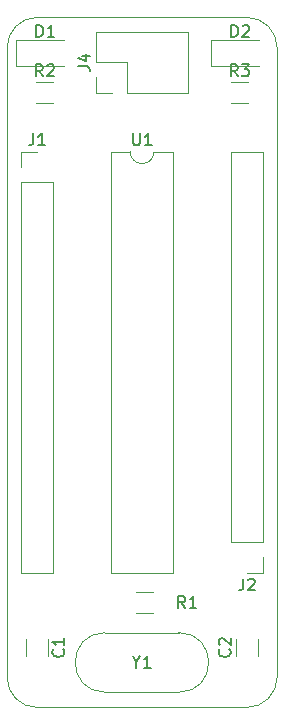
<source format=gbr>
%TF.GenerationSoftware,KiCad,Pcbnew,8.0.2*%
%TF.CreationDate,2024-05-09T17:00:38-05:00*%
%TF.ProjectId,atmega328-proto,61746d65-6761-4333-9238-2d70726f746f,A*%
%TF.SameCoordinates,Original*%
%TF.FileFunction,Legend,Top*%
%TF.FilePolarity,Positive*%
%FSLAX46Y46*%
G04 Gerber Fmt 4.6, Leading zero omitted, Abs format (unit mm)*
G04 Created by KiCad (PCBNEW 8.0.2) date 2024-05-09 17:00:38*
%MOMM*%
%LPD*%
G01*
G04 APERTURE LIST*
%ADD10C,0.150000*%
%ADD11C,0.120000*%
%TA.AperFunction,Profile*%
%ADD12C,0.050000*%
%TD*%
G04 APERTURE END LIST*
D10*
X115511905Y-52444819D02*
X115511905Y-51444819D01*
X115511905Y-51444819D02*
X115750000Y-51444819D01*
X115750000Y-51444819D02*
X115892857Y-51492438D01*
X115892857Y-51492438D02*
X115988095Y-51587676D01*
X115988095Y-51587676D02*
X116035714Y-51682914D01*
X116035714Y-51682914D02*
X116083333Y-51873390D01*
X116083333Y-51873390D02*
X116083333Y-52016247D01*
X116083333Y-52016247D02*
X116035714Y-52206723D01*
X116035714Y-52206723D02*
X115988095Y-52301961D01*
X115988095Y-52301961D02*
X115892857Y-52397200D01*
X115892857Y-52397200D02*
X115750000Y-52444819D01*
X115750000Y-52444819D02*
X115511905Y-52444819D01*
X116464286Y-51540057D02*
X116511905Y-51492438D01*
X116511905Y-51492438D02*
X116607143Y-51444819D01*
X116607143Y-51444819D02*
X116845238Y-51444819D01*
X116845238Y-51444819D02*
X116940476Y-51492438D01*
X116940476Y-51492438D02*
X116988095Y-51540057D01*
X116988095Y-51540057D02*
X117035714Y-51635295D01*
X117035714Y-51635295D02*
X117035714Y-51730533D01*
X117035714Y-51730533D02*
X116988095Y-51873390D01*
X116988095Y-51873390D02*
X116416667Y-52444819D01*
X116416667Y-52444819D02*
X117035714Y-52444819D01*
X107188095Y-60624819D02*
X107188095Y-61434342D01*
X107188095Y-61434342D02*
X107235714Y-61529580D01*
X107235714Y-61529580D02*
X107283333Y-61577200D01*
X107283333Y-61577200D02*
X107378571Y-61624819D01*
X107378571Y-61624819D02*
X107569047Y-61624819D01*
X107569047Y-61624819D02*
X107664285Y-61577200D01*
X107664285Y-61577200D02*
X107711904Y-61529580D01*
X107711904Y-61529580D02*
X107759523Y-61434342D01*
X107759523Y-61434342D02*
X107759523Y-60624819D01*
X108759523Y-61624819D02*
X108188095Y-61624819D01*
X108473809Y-61624819D02*
X108473809Y-60624819D01*
X108473809Y-60624819D02*
X108378571Y-60767676D01*
X108378571Y-60767676D02*
X108283333Y-60862914D01*
X108283333Y-60862914D02*
X108188095Y-60910533D01*
X111593333Y-100784819D02*
X111260000Y-100308628D01*
X111021905Y-100784819D02*
X111021905Y-99784819D01*
X111021905Y-99784819D02*
X111402857Y-99784819D01*
X111402857Y-99784819D02*
X111498095Y-99832438D01*
X111498095Y-99832438D02*
X111545714Y-99880057D01*
X111545714Y-99880057D02*
X111593333Y-99975295D01*
X111593333Y-99975295D02*
X111593333Y-100118152D01*
X111593333Y-100118152D02*
X111545714Y-100213390D01*
X111545714Y-100213390D02*
X111498095Y-100261009D01*
X111498095Y-100261009D02*
X111402857Y-100308628D01*
X111402857Y-100308628D02*
X111021905Y-100308628D01*
X112545714Y-100784819D02*
X111974286Y-100784819D01*
X112260000Y-100784819D02*
X112260000Y-99784819D01*
X112260000Y-99784819D02*
X112164762Y-99927676D01*
X112164762Y-99927676D02*
X112069524Y-100022914D01*
X112069524Y-100022914D02*
X111974286Y-100070533D01*
X101269580Y-104306666D02*
X101317200Y-104354285D01*
X101317200Y-104354285D02*
X101364819Y-104497142D01*
X101364819Y-104497142D02*
X101364819Y-104592380D01*
X101364819Y-104592380D02*
X101317200Y-104735237D01*
X101317200Y-104735237D02*
X101221961Y-104830475D01*
X101221961Y-104830475D02*
X101126723Y-104878094D01*
X101126723Y-104878094D02*
X100936247Y-104925713D01*
X100936247Y-104925713D02*
X100793390Y-104925713D01*
X100793390Y-104925713D02*
X100602914Y-104878094D01*
X100602914Y-104878094D02*
X100507676Y-104830475D01*
X100507676Y-104830475D02*
X100412438Y-104735237D01*
X100412438Y-104735237D02*
X100364819Y-104592380D01*
X100364819Y-104592380D02*
X100364819Y-104497142D01*
X100364819Y-104497142D02*
X100412438Y-104354285D01*
X100412438Y-104354285D02*
X100460057Y-104306666D01*
X101364819Y-103354285D02*
X101364819Y-103925713D01*
X101364819Y-103639999D02*
X100364819Y-103639999D01*
X100364819Y-103639999D02*
X100507676Y-103735237D01*
X100507676Y-103735237D02*
X100602914Y-103830475D01*
X100602914Y-103830475D02*
X100650533Y-103925713D01*
X115349580Y-104306666D02*
X115397200Y-104354285D01*
X115397200Y-104354285D02*
X115444819Y-104497142D01*
X115444819Y-104497142D02*
X115444819Y-104592380D01*
X115444819Y-104592380D02*
X115397200Y-104735237D01*
X115397200Y-104735237D02*
X115301961Y-104830475D01*
X115301961Y-104830475D02*
X115206723Y-104878094D01*
X115206723Y-104878094D02*
X115016247Y-104925713D01*
X115016247Y-104925713D02*
X114873390Y-104925713D01*
X114873390Y-104925713D02*
X114682914Y-104878094D01*
X114682914Y-104878094D02*
X114587676Y-104830475D01*
X114587676Y-104830475D02*
X114492438Y-104735237D01*
X114492438Y-104735237D02*
X114444819Y-104592380D01*
X114444819Y-104592380D02*
X114444819Y-104497142D01*
X114444819Y-104497142D02*
X114492438Y-104354285D01*
X114492438Y-104354285D02*
X114540057Y-104306666D01*
X114540057Y-103925713D02*
X114492438Y-103878094D01*
X114492438Y-103878094D02*
X114444819Y-103782856D01*
X114444819Y-103782856D02*
X114444819Y-103544761D01*
X114444819Y-103544761D02*
X114492438Y-103449523D01*
X114492438Y-103449523D02*
X114540057Y-103401904D01*
X114540057Y-103401904D02*
X114635295Y-103354285D01*
X114635295Y-103354285D02*
X114730533Y-103354285D01*
X114730533Y-103354285D02*
X114873390Y-103401904D01*
X114873390Y-103401904D02*
X115444819Y-103973332D01*
X115444819Y-103973332D02*
X115444819Y-103354285D01*
X99001905Y-52444819D02*
X99001905Y-51444819D01*
X99001905Y-51444819D02*
X99240000Y-51444819D01*
X99240000Y-51444819D02*
X99382857Y-51492438D01*
X99382857Y-51492438D02*
X99478095Y-51587676D01*
X99478095Y-51587676D02*
X99525714Y-51682914D01*
X99525714Y-51682914D02*
X99573333Y-51873390D01*
X99573333Y-51873390D02*
X99573333Y-52016247D01*
X99573333Y-52016247D02*
X99525714Y-52206723D01*
X99525714Y-52206723D02*
X99478095Y-52301961D01*
X99478095Y-52301961D02*
X99382857Y-52397200D01*
X99382857Y-52397200D02*
X99240000Y-52444819D01*
X99240000Y-52444819D02*
X99001905Y-52444819D01*
X100525714Y-52444819D02*
X99954286Y-52444819D01*
X100240000Y-52444819D02*
X100240000Y-51444819D01*
X100240000Y-51444819D02*
X100144762Y-51587676D01*
X100144762Y-51587676D02*
X100049524Y-51682914D01*
X100049524Y-51682914D02*
X99954286Y-51730533D01*
X98726666Y-60624819D02*
X98726666Y-61339104D01*
X98726666Y-61339104D02*
X98679047Y-61481961D01*
X98679047Y-61481961D02*
X98583809Y-61577200D01*
X98583809Y-61577200D02*
X98440952Y-61624819D01*
X98440952Y-61624819D02*
X98345714Y-61624819D01*
X99726666Y-61624819D02*
X99155238Y-61624819D01*
X99440952Y-61624819D02*
X99440952Y-60624819D01*
X99440952Y-60624819D02*
X99345714Y-60767676D01*
X99345714Y-60767676D02*
X99250476Y-60862914D01*
X99250476Y-60862914D02*
X99155238Y-60910533D01*
X116038333Y-55784819D02*
X115705000Y-55308628D01*
X115466905Y-55784819D02*
X115466905Y-54784819D01*
X115466905Y-54784819D02*
X115847857Y-54784819D01*
X115847857Y-54784819D02*
X115943095Y-54832438D01*
X115943095Y-54832438D02*
X115990714Y-54880057D01*
X115990714Y-54880057D02*
X116038333Y-54975295D01*
X116038333Y-54975295D02*
X116038333Y-55118152D01*
X116038333Y-55118152D02*
X115990714Y-55213390D01*
X115990714Y-55213390D02*
X115943095Y-55261009D01*
X115943095Y-55261009D02*
X115847857Y-55308628D01*
X115847857Y-55308628D02*
X115466905Y-55308628D01*
X116371667Y-54784819D02*
X116990714Y-54784819D01*
X116990714Y-54784819D02*
X116657381Y-55165771D01*
X116657381Y-55165771D02*
X116800238Y-55165771D01*
X116800238Y-55165771D02*
X116895476Y-55213390D01*
X116895476Y-55213390D02*
X116943095Y-55261009D01*
X116943095Y-55261009D02*
X116990714Y-55356247D01*
X116990714Y-55356247D02*
X116990714Y-55594342D01*
X116990714Y-55594342D02*
X116943095Y-55689580D01*
X116943095Y-55689580D02*
X116895476Y-55737200D01*
X116895476Y-55737200D02*
X116800238Y-55784819D01*
X116800238Y-55784819D02*
X116514524Y-55784819D01*
X116514524Y-55784819D02*
X116419286Y-55737200D01*
X116419286Y-55737200D02*
X116371667Y-55689580D01*
X102534819Y-54943333D02*
X103249104Y-54943333D01*
X103249104Y-54943333D02*
X103391961Y-54990952D01*
X103391961Y-54990952D02*
X103487200Y-55086190D01*
X103487200Y-55086190D02*
X103534819Y-55229047D01*
X103534819Y-55229047D02*
X103534819Y-55324285D01*
X102868152Y-54038571D02*
X103534819Y-54038571D01*
X102487200Y-54276666D02*
X103201485Y-54514761D01*
X103201485Y-54514761D02*
X103201485Y-53895714D01*
X116506666Y-98304819D02*
X116506666Y-99019104D01*
X116506666Y-99019104D02*
X116459047Y-99161961D01*
X116459047Y-99161961D02*
X116363809Y-99257200D01*
X116363809Y-99257200D02*
X116220952Y-99304819D01*
X116220952Y-99304819D02*
X116125714Y-99304819D01*
X116935238Y-98400057D02*
X116982857Y-98352438D01*
X116982857Y-98352438D02*
X117078095Y-98304819D01*
X117078095Y-98304819D02*
X117316190Y-98304819D01*
X117316190Y-98304819D02*
X117411428Y-98352438D01*
X117411428Y-98352438D02*
X117459047Y-98400057D01*
X117459047Y-98400057D02*
X117506666Y-98495295D01*
X117506666Y-98495295D02*
X117506666Y-98590533D01*
X117506666Y-98590533D02*
X117459047Y-98733390D01*
X117459047Y-98733390D02*
X116887619Y-99304819D01*
X116887619Y-99304819D02*
X117506666Y-99304819D01*
X107473809Y-105388628D02*
X107473809Y-105864819D01*
X107140476Y-104864819D02*
X107473809Y-105388628D01*
X107473809Y-105388628D02*
X107807142Y-104864819D01*
X108664285Y-105864819D02*
X108092857Y-105864819D01*
X108378571Y-105864819D02*
X108378571Y-104864819D01*
X108378571Y-104864819D02*
X108283333Y-105007676D01*
X108283333Y-105007676D02*
X108188095Y-105102914D01*
X108188095Y-105102914D02*
X108092857Y-105150533D01*
X99528333Y-55784819D02*
X99195000Y-55308628D01*
X98956905Y-55784819D02*
X98956905Y-54784819D01*
X98956905Y-54784819D02*
X99337857Y-54784819D01*
X99337857Y-54784819D02*
X99433095Y-54832438D01*
X99433095Y-54832438D02*
X99480714Y-54880057D01*
X99480714Y-54880057D02*
X99528333Y-54975295D01*
X99528333Y-54975295D02*
X99528333Y-55118152D01*
X99528333Y-55118152D02*
X99480714Y-55213390D01*
X99480714Y-55213390D02*
X99433095Y-55261009D01*
X99433095Y-55261009D02*
X99337857Y-55308628D01*
X99337857Y-55308628D02*
X98956905Y-55308628D01*
X99909286Y-54880057D02*
X99956905Y-54832438D01*
X99956905Y-54832438D02*
X100052143Y-54784819D01*
X100052143Y-54784819D02*
X100290238Y-54784819D01*
X100290238Y-54784819D02*
X100385476Y-54832438D01*
X100385476Y-54832438D02*
X100433095Y-54880057D01*
X100433095Y-54880057D02*
X100480714Y-54975295D01*
X100480714Y-54975295D02*
X100480714Y-55070533D01*
X100480714Y-55070533D02*
X100433095Y-55213390D01*
X100433095Y-55213390D02*
X99861667Y-55784819D01*
X99861667Y-55784819D02*
X100480714Y-55784819D01*
D11*
%TO.C,D2*%
X113790000Y-52675000D02*
X113790000Y-54945000D01*
X113790000Y-54945000D02*
X117850000Y-54945000D01*
X117850000Y-52675000D02*
X113790000Y-52675000D01*
%TO.C,U1*%
X105300000Y-62170000D02*
X105300000Y-97850000D01*
X105300000Y-97850000D02*
X110600000Y-97850000D01*
X106950000Y-62170000D02*
X105300000Y-62170000D01*
X110600000Y-62170000D02*
X108950000Y-62170000D01*
X110600000Y-97850000D02*
X110600000Y-62170000D01*
X108950000Y-62170000D02*
G75*
G02*
X106950000Y-62170000I-1000000J0D01*
G01*
%TO.C,R1*%
X108869564Y-99420000D02*
X107415436Y-99420000D01*
X108869564Y-101240000D02*
X107415436Y-101240000D01*
%TO.C,C1*%
X98150000Y-103428748D02*
X98150000Y-104851252D01*
X99970000Y-103428748D02*
X99970000Y-104851252D01*
%TO.C,C2*%
X115930000Y-104851252D02*
X115930000Y-103428748D01*
X117750000Y-104851252D02*
X117750000Y-103428748D01*
%TO.C,D1*%
X97280000Y-52675000D02*
X97280000Y-54945000D01*
X97280000Y-54945000D02*
X101340000Y-54945000D01*
X101340000Y-52675000D02*
X97280000Y-52675000D01*
%TO.C,J1*%
X97730000Y-62170000D02*
X99060000Y-62170000D01*
X97730000Y-63500000D02*
X97730000Y-62170000D01*
X97730000Y-64770000D02*
X97730000Y-97850000D01*
X97730000Y-64770000D02*
X100390000Y-64770000D01*
X97730000Y-97850000D02*
X100390000Y-97850000D01*
X100390000Y-64770000D02*
X100390000Y-97850000D01*
%TO.C,R3*%
X115477936Y-56240000D02*
X116932064Y-56240000D01*
X115477936Y-58060000D02*
X116932064Y-58060000D01*
%TO.C,J4*%
X104080000Y-52010000D02*
X111820000Y-52010000D01*
X104080000Y-54610000D02*
X104080000Y-52010000D01*
X104080000Y-57210000D02*
X104080000Y-55880000D01*
X105410000Y-57210000D02*
X104080000Y-57210000D01*
X106680000Y-54610000D02*
X104080000Y-54610000D01*
X106680000Y-57210000D02*
X106680000Y-54610000D01*
X106680000Y-57210000D02*
X111820000Y-57210000D01*
X111820000Y-57210000D02*
X111820000Y-52010000D01*
%TO.C,J2*%
X115510000Y-95250000D02*
X115510000Y-62170000D01*
X118170000Y-62170000D02*
X115510000Y-62170000D01*
X118170000Y-95250000D02*
X115510000Y-95250000D01*
X118170000Y-95250000D02*
X118170000Y-62170000D01*
X118170000Y-96520000D02*
X118170000Y-97850000D01*
X118170000Y-97850000D02*
X116840000Y-97850000D01*
%TO.C,Y1*%
X104815000Y-102885000D02*
X111065000Y-102885000D01*
X104815000Y-107935000D02*
X111065000Y-107935000D01*
X104815000Y-107935000D02*
G75*
G02*
X104815000Y-102885000I0J2525000D01*
G01*
X111065000Y-102885000D02*
G75*
G02*
X111065000Y-107935000I0J-2525000D01*
G01*
%TO.C,R2*%
X98967936Y-56240000D02*
X100422064Y-56240000D01*
X98967936Y-58060000D02*
X100422064Y-58060000D01*
%TD*%
D12*
X119380000Y-106680000D02*
G75*
G02*
X116840000Y-109220000I-2540000J0D01*
G01*
X116840000Y-50800000D02*
X99060000Y-50800000D01*
X99060000Y-109220000D02*
X116840000Y-109220000D01*
X99060000Y-109220000D02*
G75*
G02*
X96520000Y-106680000I0J2540000D01*
G01*
X119380000Y-53340000D02*
X119380000Y-106680000D01*
X96520000Y-53340000D02*
G75*
G02*
X99060000Y-50800000I2540000J0D01*
G01*
X116840000Y-50800000D02*
G75*
G02*
X119380000Y-53340000I0J-2540000D01*
G01*
X96520000Y-53340000D02*
X96520000Y-106680000D01*
M02*

</source>
